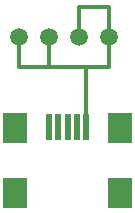
<source format=gbr>
G04 DipTrace 2.4.0.2*
%INshema2.gbr*%
%MOMM*%
%ADD13C,0.33*%
%ADD14C,1.5*%
%ADD16R,0.5X2.3*%
%ADD17R,2.0X2.5*%
%FSLAX53Y53*%
G04*
G71*
G90*
G75*
G01*
%LNTop*%
%LPD*%
X16760Y31420D2*
D13*
Y28880D1*
X19300D1*
Y31420D1*
X24380D2*
Y28880D1*
X22500D1*
X19300D1*
X21840Y31420D2*
Y33960D1*
X24380D1*
Y31420D1*
X22500Y23800D2*
Y28880D1*
D14*
X16760Y31420D3*
X19300D3*
X21840D3*
X24380D3*
D16*
X19300Y23800D3*
X20100D3*
X20900D3*
X21700D3*
X22500D3*
D17*
X16450Y23700D3*
X25350D3*
X16450Y18200D3*
X25350D3*
M02*

</source>
